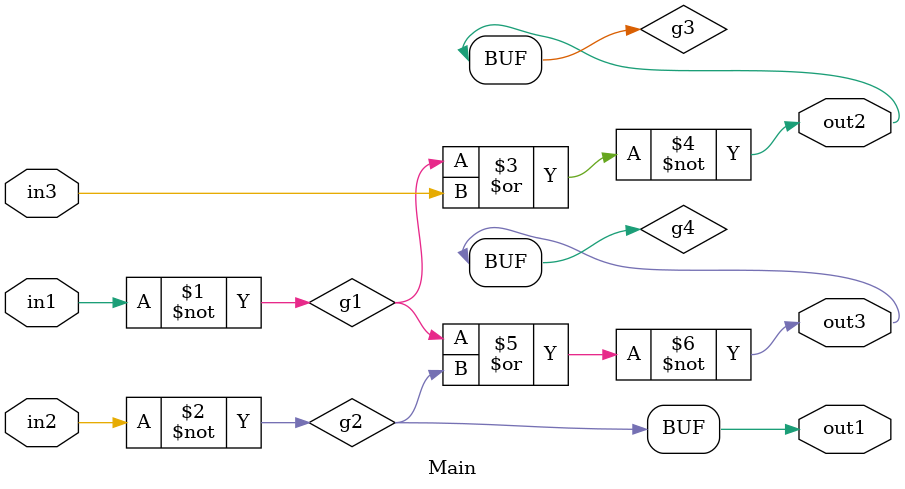
<source format=v>
module Main(in1, in2, in3, out1, out2, out3);
  output out1, out2, out3;
  input in1, in2, in3;  
  
  assign g1 = ~in1;
  assign g2 = ~in2;
  assign g3 = g1 ~| in3;
  assign g4 = g1 ~| g2;
  
  assign out1 = g2;
  assign out2 = g3;
  assign out3 = g4;
  
  endmodule

</source>
